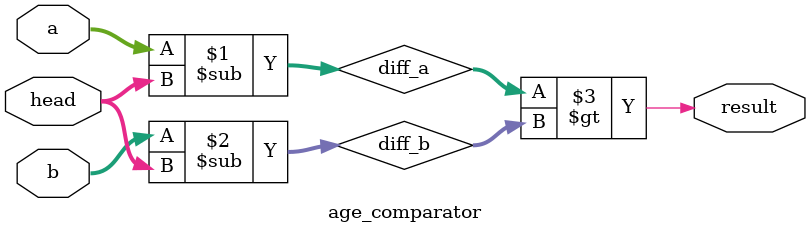
<source format=sv>
/*
 * module to compare the "age" (distance from head) of two circular buffer
 * pointers.
 * result = 0 if a is older than b (a is closer to head than b)
 * result = 1 if a is younger than b (a is further from head than b)
 */
module age_comparator #(parameter N=32) (
	input logic [N-1:0] head,
	input logic [N-1:0] a,
	input logic [N-1:0] b,
	output logic result
	);

	logic [N-1:0] diff_a;
	logic [N-1:0] diff_b;

	assign diff_a = a - head;
	assign diff_b = b - head;

	assign result = diff_a > diff_b;
endmodule

</source>
